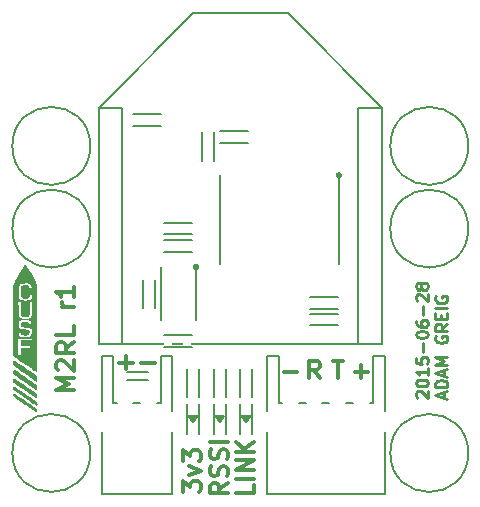
<source format=gto>
G04 #@! TF.FileFunction,Legend,Top*
%FSLAX46Y46*%
G04 Gerber Fmt 4.6, Leading zero omitted, Abs format (unit mm)*
G04 Created by KiCad (PCBNEW 0.201505031001+5637~23~ubuntu14.04.1-product) date Sun 28 Jun 2015 22:34:24 BST*
%MOMM*%
G01*
G04 APERTURE LIST*
%ADD10C,0.100000*%
%ADD11C,0.300000*%
%ADD12C,0.250000*%
%ADD13C,0.150000*%
%ADD14C,0.200000*%
%ADD15R,0.800000X0.800000*%
%ADD16R,0.600000X0.500000*%
%ADD17R,0.600000X2.200000*%
%ADD18R,0.400000X1.400000*%
%ADD19C,1.500000*%
%ADD20C,1.200000*%
%ADD21C,6.300000*%
%ADD22C,0.600000*%
%ADD23C,1.000000*%
G04 APERTURE END LIST*
D10*
D11*
X179678572Y-115107143D02*
X180821429Y-115107143D01*
X180250000Y-115678571D02*
X180250000Y-114535714D01*
X177821429Y-114178571D02*
X178678572Y-114178571D01*
X178250001Y-115678571D02*
X178250001Y-114178571D01*
X176714286Y-115678571D02*
X176214286Y-114964286D01*
X175857143Y-115678571D02*
X175857143Y-114178571D01*
X176428571Y-114178571D01*
X176571429Y-114250000D01*
X176642857Y-114321429D01*
X176714286Y-114464286D01*
X176714286Y-114678571D01*
X176642857Y-114821429D01*
X176571429Y-114892857D01*
X176428571Y-114964286D01*
X175857143Y-114964286D01*
X173678572Y-115107143D02*
X174821429Y-115107143D01*
X159750000Y-114357143D02*
X160892857Y-114357143D01*
X160321428Y-114928571D02*
X160321428Y-113785714D01*
X161607143Y-114357143D02*
X162750000Y-114357143D01*
D12*
X184972619Y-117309524D02*
X184925000Y-117261905D01*
X184877381Y-117166667D01*
X184877381Y-116928571D01*
X184925000Y-116833333D01*
X184972619Y-116785714D01*
X185067857Y-116738095D01*
X185163095Y-116738095D01*
X185305952Y-116785714D01*
X185877381Y-117357143D01*
X185877381Y-116738095D01*
X184877381Y-116119048D02*
X184877381Y-116023809D01*
X184925000Y-115928571D01*
X184972619Y-115880952D01*
X185067857Y-115833333D01*
X185258333Y-115785714D01*
X185496429Y-115785714D01*
X185686905Y-115833333D01*
X185782143Y-115880952D01*
X185829762Y-115928571D01*
X185877381Y-116023809D01*
X185877381Y-116119048D01*
X185829762Y-116214286D01*
X185782143Y-116261905D01*
X185686905Y-116309524D01*
X185496429Y-116357143D01*
X185258333Y-116357143D01*
X185067857Y-116309524D01*
X184972619Y-116261905D01*
X184925000Y-116214286D01*
X184877381Y-116119048D01*
X185877381Y-114833333D02*
X185877381Y-115404762D01*
X185877381Y-115119048D02*
X184877381Y-115119048D01*
X185020238Y-115214286D01*
X185115476Y-115309524D01*
X185163095Y-115404762D01*
X184877381Y-113928571D02*
X184877381Y-114404762D01*
X185353571Y-114452381D01*
X185305952Y-114404762D01*
X185258333Y-114309524D01*
X185258333Y-114071428D01*
X185305952Y-113976190D01*
X185353571Y-113928571D01*
X185448810Y-113880952D01*
X185686905Y-113880952D01*
X185782143Y-113928571D01*
X185829762Y-113976190D01*
X185877381Y-114071428D01*
X185877381Y-114309524D01*
X185829762Y-114404762D01*
X185782143Y-114452381D01*
X185496429Y-113452381D02*
X185496429Y-112690476D01*
X184877381Y-112023810D02*
X184877381Y-111928571D01*
X184925000Y-111833333D01*
X184972619Y-111785714D01*
X185067857Y-111738095D01*
X185258333Y-111690476D01*
X185496429Y-111690476D01*
X185686905Y-111738095D01*
X185782143Y-111785714D01*
X185829762Y-111833333D01*
X185877381Y-111928571D01*
X185877381Y-112023810D01*
X185829762Y-112119048D01*
X185782143Y-112166667D01*
X185686905Y-112214286D01*
X185496429Y-112261905D01*
X185258333Y-112261905D01*
X185067857Y-112214286D01*
X184972619Y-112166667D01*
X184925000Y-112119048D01*
X184877381Y-112023810D01*
X184877381Y-110833333D02*
X184877381Y-111023810D01*
X184925000Y-111119048D01*
X184972619Y-111166667D01*
X185115476Y-111261905D01*
X185305952Y-111309524D01*
X185686905Y-111309524D01*
X185782143Y-111261905D01*
X185829762Y-111214286D01*
X185877381Y-111119048D01*
X185877381Y-110928571D01*
X185829762Y-110833333D01*
X185782143Y-110785714D01*
X185686905Y-110738095D01*
X185448810Y-110738095D01*
X185353571Y-110785714D01*
X185305952Y-110833333D01*
X185258333Y-110928571D01*
X185258333Y-111119048D01*
X185305952Y-111214286D01*
X185353571Y-111261905D01*
X185448810Y-111309524D01*
X185496429Y-110309524D02*
X185496429Y-109547619D01*
X184972619Y-109119048D02*
X184925000Y-109071429D01*
X184877381Y-108976191D01*
X184877381Y-108738095D01*
X184925000Y-108642857D01*
X184972619Y-108595238D01*
X185067857Y-108547619D01*
X185163095Y-108547619D01*
X185305952Y-108595238D01*
X185877381Y-109166667D01*
X185877381Y-108547619D01*
X185305952Y-107976191D02*
X185258333Y-108071429D01*
X185210714Y-108119048D01*
X185115476Y-108166667D01*
X185067857Y-108166667D01*
X184972619Y-108119048D01*
X184925000Y-108071429D01*
X184877381Y-107976191D01*
X184877381Y-107785714D01*
X184925000Y-107690476D01*
X184972619Y-107642857D01*
X185067857Y-107595238D01*
X185115476Y-107595238D01*
X185210714Y-107642857D01*
X185258333Y-107690476D01*
X185305952Y-107785714D01*
X185305952Y-107976191D01*
X185353571Y-108071429D01*
X185401190Y-108119048D01*
X185496429Y-108166667D01*
X185686905Y-108166667D01*
X185782143Y-108119048D01*
X185829762Y-108071429D01*
X185877381Y-107976191D01*
X185877381Y-107785714D01*
X185829762Y-107690476D01*
X185782143Y-107642857D01*
X185686905Y-107595238D01*
X185496429Y-107595238D01*
X185401190Y-107642857D01*
X185353571Y-107690476D01*
X185305952Y-107785714D01*
X187241667Y-117309524D02*
X187241667Y-116833333D01*
X187527381Y-117404762D02*
X186527381Y-117071429D01*
X187527381Y-116738095D01*
X187527381Y-116404762D02*
X186527381Y-116404762D01*
X186527381Y-116166667D01*
X186575000Y-116023809D01*
X186670238Y-115928571D01*
X186765476Y-115880952D01*
X186955952Y-115833333D01*
X187098810Y-115833333D01*
X187289286Y-115880952D01*
X187384524Y-115928571D01*
X187479762Y-116023809D01*
X187527381Y-116166667D01*
X187527381Y-116404762D01*
X187241667Y-115452381D02*
X187241667Y-114976190D01*
X187527381Y-115547619D02*
X186527381Y-115214286D01*
X187527381Y-114880952D01*
X187527381Y-114547619D02*
X186527381Y-114547619D01*
X187241667Y-114214285D01*
X186527381Y-113880952D01*
X187527381Y-113880952D01*
X186575000Y-112119047D02*
X186527381Y-112214285D01*
X186527381Y-112357142D01*
X186575000Y-112500000D01*
X186670238Y-112595238D01*
X186765476Y-112642857D01*
X186955952Y-112690476D01*
X187098810Y-112690476D01*
X187289286Y-112642857D01*
X187384524Y-112595238D01*
X187479762Y-112500000D01*
X187527381Y-112357142D01*
X187527381Y-112261904D01*
X187479762Y-112119047D01*
X187432143Y-112071428D01*
X187098810Y-112071428D01*
X187098810Y-112261904D01*
X187527381Y-111071428D02*
X187051190Y-111404762D01*
X187527381Y-111642857D02*
X186527381Y-111642857D01*
X186527381Y-111261904D01*
X186575000Y-111166666D01*
X186622619Y-111119047D01*
X186717857Y-111071428D01*
X186860714Y-111071428D01*
X186955952Y-111119047D01*
X187003571Y-111166666D01*
X187051190Y-111261904D01*
X187051190Y-111642857D01*
X187003571Y-110642857D02*
X187003571Y-110309523D01*
X187527381Y-110166666D02*
X187527381Y-110642857D01*
X186527381Y-110642857D01*
X186527381Y-110166666D01*
X187527381Y-109738095D02*
X186527381Y-109738095D01*
X186575000Y-108738095D02*
X186527381Y-108833333D01*
X186527381Y-108976190D01*
X186575000Y-109119048D01*
X186670238Y-109214286D01*
X186765476Y-109261905D01*
X186955952Y-109309524D01*
X187098810Y-109309524D01*
X187289286Y-109261905D01*
X187384524Y-109214286D01*
X187479762Y-109119048D01*
X187527381Y-108976190D01*
X187527381Y-108880952D01*
X187479762Y-108738095D01*
X187432143Y-108690476D01*
X187098810Y-108690476D01*
X187098810Y-108880952D01*
D11*
X155928571Y-116642857D02*
X154428571Y-116642857D01*
X155500000Y-116142857D01*
X154428571Y-115642857D01*
X155928571Y-115642857D01*
X154571429Y-115000000D02*
X154500000Y-114928571D01*
X154428571Y-114785714D01*
X154428571Y-114428571D01*
X154500000Y-114285714D01*
X154571429Y-114214285D01*
X154714286Y-114142857D01*
X154857143Y-114142857D01*
X155071429Y-114214285D01*
X155928571Y-115071428D01*
X155928571Y-114142857D01*
X155928571Y-112642857D02*
X155214286Y-113142857D01*
X155928571Y-113500000D02*
X154428571Y-113500000D01*
X154428571Y-112928572D01*
X154500000Y-112785714D01*
X154571429Y-112714286D01*
X154714286Y-112642857D01*
X154928571Y-112642857D01*
X155071429Y-112714286D01*
X155142857Y-112785714D01*
X155214286Y-112928572D01*
X155214286Y-113500000D01*
X155928571Y-111285714D02*
X155928571Y-112000000D01*
X154428571Y-112000000D01*
X155928571Y-109642857D02*
X154928571Y-109642857D01*
X155214286Y-109642857D02*
X155071429Y-109571429D01*
X155000000Y-109500000D01*
X154928571Y-109357143D01*
X154928571Y-109214286D01*
X155928571Y-107928572D02*
X155928571Y-108785715D01*
X155928571Y-108357143D02*
X154428571Y-108357143D01*
X154642857Y-108500000D01*
X154785714Y-108642858D01*
X154857143Y-108785715D01*
X171178571Y-124678571D02*
X171178571Y-125392857D01*
X169678571Y-125392857D01*
X171178571Y-124178571D02*
X169678571Y-124178571D01*
X171178571Y-123464285D02*
X169678571Y-123464285D01*
X171178571Y-122607142D01*
X169678571Y-122607142D01*
X171178571Y-121892856D02*
X169678571Y-121892856D01*
X171178571Y-121035713D02*
X170321429Y-121678570D01*
X169678571Y-121035713D02*
X170535714Y-121892856D01*
X168928571Y-124535714D02*
X168214286Y-125035714D01*
X168928571Y-125392857D02*
X167428571Y-125392857D01*
X167428571Y-124821429D01*
X167500000Y-124678571D01*
X167571429Y-124607143D01*
X167714286Y-124535714D01*
X167928571Y-124535714D01*
X168071429Y-124607143D01*
X168142857Y-124678571D01*
X168214286Y-124821429D01*
X168214286Y-125392857D01*
X168857143Y-123964286D02*
X168928571Y-123750000D01*
X168928571Y-123392857D01*
X168857143Y-123250000D01*
X168785714Y-123178571D01*
X168642857Y-123107143D01*
X168500000Y-123107143D01*
X168357143Y-123178571D01*
X168285714Y-123250000D01*
X168214286Y-123392857D01*
X168142857Y-123678571D01*
X168071429Y-123821429D01*
X168000000Y-123892857D01*
X167857143Y-123964286D01*
X167714286Y-123964286D01*
X167571429Y-123892857D01*
X167500000Y-123821429D01*
X167428571Y-123678571D01*
X167428571Y-123321429D01*
X167500000Y-123107143D01*
X168857143Y-122535715D02*
X168928571Y-122321429D01*
X168928571Y-121964286D01*
X168857143Y-121821429D01*
X168785714Y-121750000D01*
X168642857Y-121678572D01*
X168500000Y-121678572D01*
X168357143Y-121750000D01*
X168285714Y-121821429D01*
X168214286Y-121964286D01*
X168142857Y-122250000D01*
X168071429Y-122392858D01*
X168000000Y-122464286D01*
X167857143Y-122535715D01*
X167714286Y-122535715D01*
X167571429Y-122464286D01*
X167500000Y-122392858D01*
X167428571Y-122250000D01*
X167428571Y-121892858D01*
X167500000Y-121678572D01*
X168928571Y-121035715D02*
X167428571Y-121035715D01*
X165178571Y-125285714D02*
X165178571Y-124357143D01*
X165750000Y-124857143D01*
X165750000Y-124642857D01*
X165821429Y-124500000D01*
X165892857Y-124428571D01*
X166035714Y-124357143D01*
X166392857Y-124357143D01*
X166535714Y-124428571D01*
X166607143Y-124500000D01*
X166678571Y-124642857D01*
X166678571Y-125071429D01*
X166607143Y-125214286D01*
X166535714Y-125285714D01*
X165678571Y-123857143D02*
X166678571Y-123500000D01*
X165678571Y-123142858D01*
X165178571Y-122714286D02*
X165178571Y-121785715D01*
X165750000Y-122285715D01*
X165750000Y-122071429D01*
X165821429Y-121928572D01*
X165892857Y-121857143D01*
X166035714Y-121785715D01*
X166392857Y-121785715D01*
X166535714Y-121857143D01*
X166607143Y-121928572D01*
X166678571Y-122071429D01*
X166678571Y-122500001D01*
X166607143Y-122642858D01*
X166535714Y-122714286D01*
D13*
X166750000Y-94850000D02*
X166750000Y-97250000D01*
X167750000Y-94850000D02*
X167750000Y-97250000D01*
X160900000Y-94300000D02*
X163300000Y-94300000D01*
X160900000Y-93300000D02*
X163300000Y-93300000D01*
X170650000Y-94750000D02*
X168250000Y-94750000D01*
X170650000Y-95750000D02*
X168250000Y-95750000D01*
X165900000Y-112000000D02*
X163500000Y-112000000D01*
X165900000Y-113000000D02*
X163500000Y-113000000D01*
X178300000Y-108800000D02*
X175900000Y-108800000D01*
X178300000Y-109800000D02*
X175900000Y-109800000D01*
X161750000Y-107350000D02*
X161750000Y-109750000D01*
X162750000Y-107350000D02*
X162750000Y-109750000D01*
X178300000Y-110200000D02*
X175900000Y-110200000D01*
X178300000Y-111200000D02*
X175900000Y-111200000D01*
X165900000Y-104000000D02*
X163500000Y-104000000D01*
X165900000Y-105000000D02*
X163500000Y-105000000D01*
X165900000Y-102500000D02*
X163500000Y-102500000D01*
X165900000Y-103500000D02*
X163500000Y-103500000D01*
X160450000Y-115850000D02*
X162150000Y-115850000D01*
X160450000Y-115150000D02*
X162150000Y-115150000D01*
X168250000Y-106000000D02*
X168250000Y-98500000D01*
X178350000Y-98500000D02*
X178350000Y-106000000D01*
X178550000Y-98500000D02*
G75*
G03X178550000Y-98500000I-200000J0D01*
G01*
X178450000Y-98500000D02*
G75*
G03X178450000Y-98500000I-100000J0D01*
G01*
X166450000Y-106250000D02*
G75*
G03X166450000Y-106250000I-200000J0D01*
G01*
X166350000Y-106250000D02*
G75*
G03X166350000Y-106250000I-100000J0D01*
G01*
X163250000Y-106250000D02*
X163250000Y-110750000D01*
X166250000Y-106250000D02*
X166250000Y-110750000D01*
D14*
X159250000Y-117750000D02*
X159550000Y-117750000D01*
X161550000Y-117750000D02*
X160950000Y-117750000D01*
X163250000Y-117750000D02*
X162950000Y-117750000D01*
X158250000Y-113750000D02*
X159250000Y-113750000D01*
X159250000Y-113750000D02*
X159250000Y-117750000D01*
X164250000Y-113750000D02*
X163250000Y-113750000D01*
X163250000Y-113750000D02*
X163250000Y-117750000D01*
X158250000Y-125450000D02*
X164250000Y-125450000D01*
X158250000Y-120250000D02*
X158250000Y-125450000D01*
X158250000Y-113750000D02*
X158250000Y-118450000D01*
X164250000Y-118450000D02*
X164250000Y-113750000D01*
X164250000Y-125450000D02*
X164250000Y-120250000D01*
X181250000Y-117750000D02*
X180950000Y-117750000D01*
X178950000Y-117750000D02*
X179550000Y-117750000D01*
X176950000Y-117750000D02*
X177550000Y-117750000D01*
X174950000Y-117750000D02*
X175550000Y-117750000D01*
X173250000Y-117750000D02*
X173550000Y-117750000D01*
X172250000Y-113750000D02*
X173250000Y-113750000D01*
X173250000Y-113750000D02*
X173250000Y-117750000D01*
X182250000Y-113750000D02*
X181250000Y-113750000D01*
X181250000Y-113750000D02*
X181250000Y-117750000D01*
X172250000Y-125450000D02*
X182250000Y-125450000D01*
X172250000Y-120250000D02*
X172250000Y-125450000D01*
X172250000Y-113750000D02*
X172250000Y-118450000D01*
X182250000Y-118450000D02*
X182250000Y-113750000D01*
X182250000Y-125450000D02*
X182250000Y-120250000D01*
D13*
X167750000Y-114850000D02*
X167750000Y-117250000D01*
X168750000Y-114850000D02*
X168750000Y-117250000D01*
X170000000Y-114850000D02*
X170000000Y-117250000D01*
X171000000Y-114850000D02*
X171000000Y-117250000D01*
X165500000Y-114850000D02*
X165500000Y-117250000D01*
X166500000Y-114850000D02*
X166500000Y-117250000D01*
X180000000Y-112750000D02*
X180000000Y-92750000D01*
X180000000Y-92750000D02*
X182000000Y-92750000D01*
X160000000Y-112750000D02*
X160000000Y-92750000D01*
X160000000Y-92750000D02*
X158000000Y-92750000D01*
X158000000Y-112750000D02*
X158000000Y-92750000D01*
X158000000Y-92750000D02*
X166000000Y-84750000D01*
X166000000Y-84750000D02*
X174000000Y-84750000D01*
X158000000Y-112750000D02*
X182000000Y-112750000D01*
X182000000Y-112750000D02*
X182000000Y-92750000D01*
X182000000Y-92750000D02*
X174000000Y-84750000D01*
X165500000Y-117850000D02*
X165500000Y-120350000D01*
X166500000Y-117850000D02*
X166500000Y-120350000D01*
X165800000Y-119050000D02*
X165800000Y-118950000D01*
X165900000Y-119150000D02*
X165900000Y-118950000D01*
X166200000Y-119050000D02*
X166200000Y-118950000D01*
X166100000Y-119150000D02*
X166100000Y-118950000D01*
X166000000Y-119250000D02*
X166000000Y-118950000D01*
X166400000Y-118850000D02*
X166000000Y-119350000D01*
X166000000Y-119350000D02*
X165600000Y-118850000D01*
X165600000Y-118850000D02*
X166400000Y-118850000D01*
X170000000Y-117850000D02*
X170000000Y-120350000D01*
X171000000Y-117850000D02*
X171000000Y-120350000D01*
X170300000Y-119050000D02*
X170300000Y-118950000D01*
X170400000Y-119150000D02*
X170400000Y-118950000D01*
X170700000Y-119050000D02*
X170700000Y-118950000D01*
X170600000Y-119150000D02*
X170600000Y-118950000D01*
X170500000Y-119250000D02*
X170500000Y-118950000D01*
X170900000Y-118850000D02*
X170500000Y-119350000D01*
X170500000Y-119350000D02*
X170100000Y-118850000D01*
X170100000Y-118850000D02*
X170900000Y-118850000D01*
X167750000Y-117850000D02*
X167750000Y-120350000D01*
X168750000Y-117850000D02*
X168750000Y-120350000D01*
X168050000Y-119050000D02*
X168050000Y-118950000D01*
X168150000Y-119150000D02*
X168150000Y-118950000D01*
X168450000Y-119050000D02*
X168450000Y-118950000D01*
X168350000Y-119150000D02*
X168350000Y-118950000D01*
X168250000Y-119250000D02*
X168250000Y-118950000D01*
X168650000Y-118850000D02*
X168250000Y-119350000D01*
X168250000Y-119350000D02*
X167850000Y-118850000D01*
X167850000Y-118850000D02*
X168650000Y-118850000D01*
X189300000Y-96000000D02*
G75*
G03X189300000Y-96000000I-3300000J0D01*
G01*
X189300000Y-122000000D02*
G75*
G03X189300000Y-122000000I-3300000J0D01*
G01*
X157300000Y-96000000D02*
G75*
G03X157300000Y-96000000I-3300000J0D01*
G01*
X157300000Y-122000000D02*
G75*
G03X157300000Y-122000000I-3300000J0D01*
G01*
X189300000Y-103000000D02*
G75*
G03X189300000Y-103000000I-3300000J0D01*
G01*
X157300000Y-103000000D02*
G75*
G03X157300000Y-103000000I-3300000J0D01*
G01*
D10*
G36*
X152745736Y-118388875D02*
X152743366Y-118437746D01*
X152722523Y-118468489D01*
X152704842Y-118473000D01*
X152680121Y-118461207D01*
X152624208Y-118427355D01*
X152540543Y-118373733D01*
X152432563Y-118302633D01*
X152303707Y-118216343D01*
X152157414Y-118117155D01*
X151997121Y-118007357D01*
X151826267Y-117889240D01*
X151778800Y-117856240D01*
X151604527Y-117734672D01*
X151439338Y-117618944D01*
X151286790Y-117511580D01*
X151150440Y-117415108D01*
X151033844Y-117332054D01*
X150940559Y-117264943D01*
X150874142Y-117216302D01*
X150838149Y-117188657D01*
X150834542Y-117185530D01*
X150788296Y-117123875D01*
X150776334Y-117058989D01*
X150779800Y-117010576D01*
X150795620Y-116993531D01*
X150824288Y-116995565D01*
X150848883Y-117008810D01*
X150904107Y-117043668D01*
X150985971Y-117097387D01*
X151090488Y-117167211D01*
X151213669Y-117250388D01*
X151351526Y-117344163D01*
X151500070Y-117445783D01*
X151655314Y-117552495D01*
X151813270Y-117661543D01*
X151969948Y-117770175D01*
X152121361Y-117875637D01*
X152263521Y-117975175D01*
X152392440Y-118066035D01*
X152504128Y-118145464D01*
X152594598Y-118210707D01*
X152659862Y-118259012D01*
X152695932Y-118287623D01*
X152697209Y-118288770D01*
X152730170Y-118334882D01*
X152745736Y-118388875D01*
X152745736Y-118388875D01*
X152745736Y-118388875D01*
G37*
X152745736Y-118388875D02*
X152743366Y-118437746D01*
X152722523Y-118468489D01*
X152704842Y-118473000D01*
X152680121Y-118461207D01*
X152624208Y-118427355D01*
X152540543Y-118373733D01*
X152432563Y-118302633D01*
X152303707Y-118216343D01*
X152157414Y-118117155D01*
X151997121Y-118007357D01*
X151826267Y-117889240D01*
X151778800Y-117856240D01*
X151604527Y-117734672D01*
X151439338Y-117618944D01*
X151286790Y-117511580D01*
X151150440Y-117415108D01*
X151033844Y-117332054D01*
X150940559Y-117264943D01*
X150874142Y-117216302D01*
X150838149Y-117188657D01*
X150834542Y-117185530D01*
X150788296Y-117123875D01*
X150776334Y-117058989D01*
X150779800Y-117010576D01*
X150795620Y-116993531D01*
X150824288Y-116995565D01*
X150848883Y-117008810D01*
X150904107Y-117043668D01*
X150985971Y-117097387D01*
X151090488Y-117167211D01*
X151213669Y-117250388D01*
X151351526Y-117344163D01*
X151500070Y-117445783D01*
X151655314Y-117552495D01*
X151813270Y-117661543D01*
X151969948Y-117770175D01*
X152121361Y-117875637D01*
X152263521Y-117975175D01*
X152392440Y-118066035D01*
X152504128Y-118145464D01*
X152594598Y-118210707D01*
X152659862Y-118259012D01*
X152695932Y-118287623D01*
X152697209Y-118288770D01*
X152730170Y-118334882D01*
X152745736Y-118388875D01*
X152745736Y-118388875D01*
G36*
X152746748Y-117844801D02*
X152733434Y-117886726D01*
X152707253Y-117901500D01*
X152683072Y-117889695D01*
X152627671Y-117855795D01*
X152544447Y-117802075D01*
X152436797Y-117730809D01*
X152308118Y-117644270D01*
X152161806Y-117544732D01*
X152001259Y-117434469D01*
X151829873Y-117315756D01*
X151770628Y-117274494D01*
X151595603Y-117152236D01*
X151430001Y-117036186D01*
X151277289Y-116928802D01*
X151140936Y-116832539D01*
X151024410Y-116749853D01*
X150931180Y-116683202D01*
X150864714Y-116635041D01*
X150828480Y-116607826D01*
X150823959Y-116604055D01*
X150794669Y-116560728D01*
X150777541Y-116503450D01*
X150773346Y-116445206D01*
X150782852Y-116398978D01*
X150806834Y-116377751D01*
X150810508Y-116377500D01*
X150833315Y-116389257D01*
X150886766Y-116422714D01*
X150966927Y-116475147D01*
X151069864Y-116543835D01*
X151191641Y-116626054D01*
X151328326Y-116719082D01*
X151475982Y-116820196D01*
X151630677Y-116926674D01*
X151788476Y-117035792D01*
X151945444Y-117144828D01*
X152097647Y-117251060D01*
X152241151Y-117351765D01*
X152372021Y-117444219D01*
X152486324Y-117525701D01*
X152580124Y-117593488D01*
X152649488Y-117644856D01*
X152690480Y-117677085D01*
X152697209Y-117683151D01*
X152728047Y-117730230D01*
X152744756Y-117788374D01*
X152746748Y-117844801D01*
X152746748Y-117844801D01*
X152746748Y-117844801D01*
G37*
X152746748Y-117844801D02*
X152733434Y-117886726D01*
X152707253Y-117901500D01*
X152683072Y-117889695D01*
X152627671Y-117855795D01*
X152544447Y-117802075D01*
X152436797Y-117730809D01*
X152308118Y-117644270D01*
X152161806Y-117544732D01*
X152001259Y-117434469D01*
X151829873Y-117315756D01*
X151770628Y-117274494D01*
X151595603Y-117152236D01*
X151430001Y-117036186D01*
X151277289Y-116928802D01*
X151140936Y-116832539D01*
X151024410Y-116749853D01*
X150931180Y-116683202D01*
X150864714Y-116635041D01*
X150828480Y-116607826D01*
X150823959Y-116604055D01*
X150794669Y-116560728D01*
X150777541Y-116503450D01*
X150773346Y-116445206D01*
X150782852Y-116398978D01*
X150806834Y-116377751D01*
X150810508Y-116377500D01*
X150833315Y-116389257D01*
X150886766Y-116422714D01*
X150966927Y-116475147D01*
X151069864Y-116543835D01*
X151191641Y-116626054D01*
X151328326Y-116719082D01*
X151475982Y-116820196D01*
X151630677Y-116926674D01*
X151788476Y-117035792D01*
X151945444Y-117144828D01*
X152097647Y-117251060D01*
X152241151Y-117351765D01*
X152372021Y-117444219D01*
X152486324Y-117525701D01*
X152580124Y-117593488D01*
X152649488Y-117644856D01*
X152690480Y-117677085D01*
X152697209Y-117683151D01*
X152728047Y-117730230D01*
X152744756Y-117788374D01*
X152746748Y-117844801D01*
X152746748Y-117844801D01*
G36*
X152744834Y-117175960D02*
X152742604Y-117242050D01*
X152733617Y-117275823D01*
X152714423Y-117287161D01*
X152705856Y-117287667D01*
X152681394Y-117275859D01*
X152625726Y-117241954D01*
X152542258Y-117188228D01*
X152434395Y-117116958D01*
X152305543Y-117030421D01*
X152159109Y-116930891D01*
X151998499Y-116820647D01*
X151827118Y-116701965D01*
X151769231Y-116661651D01*
X151594292Y-116539432D01*
X151428747Y-116423358D01*
X151276074Y-116315897D01*
X151139748Y-116219514D01*
X151023246Y-116136676D01*
X150930046Y-116069850D01*
X150863623Y-116021503D01*
X150827456Y-115994102D01*
X150823038Y-115990346D01*
X150794389Y-115956540D01*
X150781232Y-115915392D01*
X150779624Y-115851774D01*
X150780705Y-115827904D01*
X150786162Y-115760443D01*
X150796180Y-115725413D01*
X150815065Y-115712911D01*
X150831081Y-115712059D01*
X150856579Y-115724166D01*
X150912554Y-115758120D01*
X150995032Y-115811161D01*
X151100040Y-115880532D01*
X151223606Y-115963472D01*
X151361756Y-116057225D01*
X151510519Y-116159030D01*
X151665920Y-116266130D01*
X151823989Y-116375765D01*
X151980751Y-116485178D01*
X152132233Y-116591609D01*
X152274464Y-116692300D01*
X152403471Y-116784492D01*
X152515280Y-116865426D01*
X152605919Y-116932344D01*
X152671415Y-116982487D01*
X152707795Y-117013097D01*
X152713054Y-117018881D01*
X152733116Y-117070395D01*
X152743914Y-117145912D01*
X152744834Y-117175960D01*
X152744834Y-117175960D01*
X152744834Y-117175960D01*
G37*
X152744834Y-117175960D02*
X152742604Y-117242050D01*
X152733617Y-117275823D01*
X152714423Y-117287161D01*
X152705856Y-117287667D01*
X152681394Y-117275859D01*
X152625726Y-117241954D01*
X152542258Y-117188228D01*
X152434395Y-117116958D01*
X152305543Y-117030421D01*
X152159109Y-116930891D01*
X151998499Y-116820647D01*
X151827118Y-116701965D01*
X151769231Y-116661651D01*
X151594292Y-116539432D01*
X151428747Y-116423358D01*
X151276074Y-116315897D01*
X151139748Y-116219514D01*
X151023246Y-116136676D01*
X150930046Y-116069850D01*
X150863623Y-116021503D01*
X150827456Y-115994102D01*
X150823038Y-115990346D01*
X150794389Y-115956540D01*
X150781232Y-115915392D01*
X150779624Y-115851774D01*
X150780705Y-115827904D01*
X150786162Y-115760443D01*
X150796180Y-115725413D01*
X150815065Y-115712911D01*
X150831081Y-115712059D01*
X150856579Y-115724166D01*
X150912554Y-115758120D01*
X150995032Y-115811161D01*
X151100040Y-115880532D01*
X151223606Y-115963472D01*
X151361756Y-116057225D01*
X151510519Y-116159030D01*
X151665920Y-116266130D01*
X151823989Y-116375765D01*
X151980751Y-116485178D01*
X152132233Y-116591609D01*
X152274464Y-116692300D01*
X152403471Y-116784492D01*
X152515280Y-116865426D01*
X152605919Y-116932344D01*
X152671415Y-116982487D01*
X152707795Y-117013097D01*
X152713054Y-117018881D01*
X152733116Y-117070395D01*
X152743914Y-117145912D01*
X152744834Y-117175960D01*
X152744834Y-117175960D01*
G36*
X152742199Y-116363405D02*
X152740412Y-116439997D01*
X152740400Y-116440272D01*
X152734093Y-116520389D01*
X152722762Y-116565715D01*
X152704411Y-116583683D01*
X152701719Y-116584339D01*
X152678535Y-116573757D01*
X152624105Y-116541054D01*
X152541802Y-116488476D01*
X152435000Y-116418269D01*
X152307070Y-116332678D01*
X152161387Y-116233947D01*
X152001323Y-116124322D01*
X151830250Y-116006048D01*
X151770386Y-115964408D01*
X151595256Y-115842031D01*
X151429565Y-115725523D01*
X151276790Y-115617378D01*
X151140408Y-115520093D01*
X151023895Y-115436161D01*
X150930728Y-115368078D01*
X150864383Y-115318339D01*
X150828338Y-115289438D01*
X150823959Y-115285211D01*
X150795110Y-115243263D01*
X150780573Y-115190578D01*
X150776347Y-115112070D01*
X150776334Y-115105655D01*
X150781688Y-115021067D01*
X150799559Y-114974355D01*
X150832654Y-114962216D01*
X150879906Y-114979290D01*
X150911414Y-114999033D01*
X150973029Y-115040191D01*
X151060602Y-115099854D01*
X151169985Y-115175113D01*
X151297028Y-115263058D01*
X151437584Y-115360780D01*
X151587504Y-115465370D01*
X151742638Y-115573918D01*
X151898839Y-115683514D01*
X152051958Y-115791250D01*
X152197845Y-115894215D01*
X152332353Y-115989501D01*
X152451334Y-116074198D01*
X152550637Y-116145396D01*
X152626115Y-116200187D01*
X152673619Y-116235661D01*
X152687483Y-116246937D01*
X152719553Y-116280826D01*
X152736519Y-116314998D01*
X152742199Y-116363405D01*
X152742199Y-116363405D01*
X152742199Y-116363405D01*
G37*
X152742199Y-116363405D02*
X152740412Y-116439997D01*
X152740400Y-116440272D01*
X152734093Y-116520389D01*
X152722762Y-116565715D01*
X152704411Y-116583683D01*
X152701719Y-116584339D01*
X152678535Y-116573757D01*
X152624105Y-116541054D01*
X152541802Y-116488476D01*
X152435000Y-116418269D01*
X152307070Y-116332678D01*
X152161387Y-116233947D01*
X152001323Y-116124322D01*
X151830250Y-116006048D01*
X151770386Y-115964408D01*
X151595256Y-115842031D01*
X151429565Y-115725523D01*
X151276790Y-115617378D01*
X151140408Y-115520093D01*
X151023895Y-115436161D01*
X150930728Y-115368078D01*
X150864383Y-115318339D01*
X150828338Y-115289438D01*
X150823959Y-115285211D01*
X150795110Y-115243263D01*
X150780573Y-115190578D01*
X150776347Y-115112070D01*
X150776334Y-115105655D01*
X150781688Y-115021067D01*
X150799559Y-114974355D01*
X150832654Y-114962216D01*
X150879906Y-114979290D01*
X150911414Y-114999033D01*
X150973029Y-115040191D01*
X151060602Y-115099854D01*
X151169985Y-115175113D01*
X151297028Y-115263058D01*
X151437584Y-115360780D01*
X151587504Y-115465370D01*
X151742638Y-115573918D01*
X151898839Y-115683514D01*
X152051958Y-115791250D01*
X152197845Y-115894215D01*
X152332353Y-115989501D01*
X152451334Y-116074198D01*
X152550637Y-116145396D01*
X152626115Y-116200187D01*
X152673619Y-116235661D01*
X152687483Y-116246937D01*
X152719553Y-116280826D01*
X152736519Y-116314998D01*
X152742199Y-116363405D01*
X152742199Y-116363405D01*
G36*
X152742455Y-115613004D02*
X152740416Y-115681445D01*
X152734431Y-115771917D01*
X152724470Y-115834698D01*
X152711685Y-115862798D01*
X152710424Y-115863391D01*
X152683054Y-115855780D01*
X152631077Y-115828623D01*
X152564195Y-115787173D01*
X152541091Y-115771655D01*
X152333644Y-115629206D01*
X152127312Y-115486717D01*
X151925343Y-115346486D01*
X151730983Y-115210811D01*
X151547481Y-115081988D01*
X151378083Y-114962316D01*
X151226037Y-114854091D01*
X151094590Y-114759612D01*
X150986990Y-114681175D01*
X150906484Y-114621078D01*
X150856320Y-114581619D01*
X150845125Y-114571796D01*
X150810428Y-114536494D01*
X150789927Y-114503934D01*
X150779898Y-114461636D01*
X150776615Y-114397124D01*
X150776334Y-114341348D01*
X150777070Y-114258540D01*
X150780955Y-114209385D01*
X150790499Y-114185205D01*
X150808213Y-114177325D01*
X150823959Y-114176812D01*
X150848170Y-114188643D01*
X150903016Y-114222108D01*
X150984510Y-114274471D01*
X151088671Y-114343000D01*
X151211514Y-114424959D01*
X151349055Y-114517614D01*
X151497312Y-114618231D01*
X151652301Y-114724075D01*
X151810037Y-114832413D01*
X151966538Y-114940509D01*
X152117820Y-115045630D01*
X152259899Y-115145042D01*
X152388791Y-115236008D01*
X152500514Y-115315797D01*
X152591083Y-115381672D01*
X152656515Y-115430900D01*
X152687500Y-115455949D01*
X152716549Y-115483609D01*
X152733641Y-115511543D01*
X152741400Y-115550943D01*
X152742455Y-115613004D01*
X152742455Y-115613004D01*
X152742455Y-115613004D01*
G37*
X152742455Y-115613004D02*
X152740416Y-115681445D01*
X152734431Y-115771917D01*
X152724470Y-115834698D01*
X152711685Y-115862798D01*
X152710424Y-115863391D01*
X152683054Y-115855780D01*
X152631077Y-115828623D01*
X152564195Y-115787173D01*
X152541091Y-115771655D01*
X152333644Y-115629206D01*
X152127312Y-115486717D01*
X151925343Y-115346486D01*
X151730983Y-115210811D01*
X151547481Y-115081988D01*
X151378083Y-114962316D01*
X151226037Y-114854091D01*
X151094590Y-114759612D01*
X150986990Y-114681175D01*
X150906484Y-114621078D01*
X150856320Y-114581619D01*
X150845125Y-114571796D01*
X150810428Y-114536494D01*
X150789927Y-114503934D01*
X150779898Y-114461636D01*
X150776615Y-114397124D01*
X150776334Y-114341348D01*
X150777070Y-114258540D01*
X150780955Y-114209385D01*
X150790499Y-114185205D01*
X150808213Y-114177325D01*
X150823959Y-114176812D01*
X150848170Y-114188643D01*
X150903016Y-114222108D01*
X150984510Y-114274471D01*
X151088671Y-114343000D01*
X151211514Y-114424959D01*
X151349055Y-114517614D01*
X151497312Y-114618231D01*
X151652301Y-114724075D01*
X151810037Y-114832413D01*
X151966538Y-114940509D01*
X152117820Y-115045630D01*
X152259899Y-115145042D01*
X152388791Y-115236008D01*
X152500514Y-115315797D01*
X152591083Y-115381672D01*
X152656515Y-115430900D01*
X152687500Y-115455949D01*
X152716549Y-115483609D01*
X152733641Y-115511543D01*
X152741400Y-115550943D01*
X152742455Y-115613004D01*
X152742455Y-115613004D01*
G36*
X152744954Y-107737874D02*
X152739602Y-111385645D01*
X152738922Y-111846080D01*
X152738277Y-112266045D01*
X152737643Y-112647406D01*
X152736995Y-112992026D01*
X152736311Y-113301770D01*
X152735564Y-113578502D01*
X152734730Y-113824087D01*
X152733786Y-114040388D01*
X152732707Y-114229271D01*
X152731469Y-114392598D01*
X152730047Y-114532235D01*
X152728417Y-114650047D01*
X152726555Y-114747896D01*
X152724436Y-114827648D01*
X152722036Y-114891166D01*
X152719330Y-114940315D01*
X152716295Y-114976960D01*
X152712906Y-115002965D01*
X152709138Y-115020193D01*
X152704968Y-115030509D01*
X152700371Y-115035778D01*
X152695322Y-115037864D01*
X152691917Y-115038380D01*
X152664543Y-115027381D01*
X152604647Y-114992682D01*
X152513974Y-114935439D01*
X152394271Y-114856807D01*
X152369973Y-114840463D01*
X152369973Y-108545833D01*
X152229320Y-108545833D01*
X152088667Y-108545833D01*
X152088667Y-108618539D01*
X152076661Y-108715783D01*
X152042835Y-108787782D01*
X152006067Y-108819894D01*
X151946567Y-108838846D01*
X151860079Y-108851361D01*
X151761547Y-108856794D01*
X151665919Y-108854495D01*
X151588141Y-108843820D01*
X151570153Y-108838763D01*
X151524589Y-108818484D01*
X151489984Y-108788681D01*
X151464872Y-108743854D01*
X151447789Y-108678501D01*
X151437270Y-108587120D01*
X151431851Y-108464210D01*
X151430090Y-108312690D01*
X151431932Y-108149848D01*
X151439192Y-108024828D01*
X151452742Y-107933364D01*
X151473458Y-107871188D01*
X151502214Y-107834034D01*
X151531110Y-107819590D01*
X151623276Y-107798050D01*
X151704856Y-107789607D01*
X151797676Y-107792626D01*
X151840214Y-107796416D01*
X151944190Y-107812503D01*
X152012451Y-107839568D01*
X152051168Y-107882440D01*
X152066510Y-107945950D01*
X152067500Y-107974333D01*
X152067500Y-108059000D01*
X152207981Y-108059000D01*
X152348463Y-108059000D01*
X152337767Y-107925752D01*
X152320581Y-107807841D01*
X152287310Y-107717074D01*
X152233476Y-107650415D01*
X152154605Y-107604829D01*
X152046219Y-107577282D01*
X151903842Y-107564739D01*
X151802917Y-107563145D01*
X151625624Y-107568981D01*
X151484684Y-107586939D01*
X151375330Y-107619090D01*
X151292793Y-107667503D01*
X151232303Y-107734249D01*
X151189092Y-107821399D01*
X151185591Y-107831163D01*
X151164973Y-107920234D01*
X151151861Y-108040487D01*
X151145889Y-108182268D01*
X151146692Y-108335918D01*
X151153904Y-108491780D01*
X151167159Y-108640198D01*
X151186091Y-108771514D01*
X151210337Y-108876071D01*
X151226845Y-108920990D01*
X151272365Y-108977881D01*
X151348483Y-109028321D01*
X151443467Y-109065206D01*
X151478733Y-109073547D01*
X151583871Y-109086948D01*
X151713168Y-109092825D01*
X151849129Y-109091193D01*
X151974259Y-109082068D01*
X152036727Y-109073028D01*
X152115280Y-109055396D01*
X152184836Y-109034531D01*
X152217677Y-109021044D01*
X152278915Y-108965934D01*
X152323981Y-108873307D01*
X152352049Y-108745103D01*
X152357603Y-108693390D01*
X152369973Y-108545833D01*
X152369973Y-114840463D01*
X152368120Y-114839217D01*
X152368120Y-109117333D01*
X152228393Y-109117333D01*
X152088667Y-109117333D01*
X152087745Y-109630625D01*
X152086650Y-109824004D01*
X152083839Y-109979581D01*
X152078872Y-110101868D01*
X152071308Y-110195378D01*
X152060709Y-110264623D01*
X152046632Y-110314114D01*
X152028640Y-110348364D01*
X152016312Y-110362947D01*
X151976703Y-110380743D01*
X151906521Y-110393029D01*
X151817143Y-110399787D01*
X151719947Y-110400996D01*
X151626308Y-110396638D01*
X151547604Y-110386692D01*
X151495210Y-110371141D01*
X151484661Y-110363853D01*
X151463572Y-110336242D01*
X151446843Y-110297101D01*
X151434008Y-110241788D01*
X151424597Y-110165658D01*
X151418143Y-110064069D01*
X151414179Y-109932376D01*
X151412236Y-109765936D01*
X151411838Y-109641208D01*
X151411334Y-109117333D01*
X151272073Y-109117333D01*
X151132813Y-109117333D01*
X151140176Y-109736458D01*
X151142742Y-109922457D01*
X151145721Y-110070933D01*
X151149398Y-110186695D01*
X151154059Y-110274553D01*
X151159989Y-110339317D01*
X151167473Y-110385797D01*
X151176795Y-110418802D01*
X151181265Y-110429667D01*
X151234924Y-110516172D01*
X151308794Y-110574558D01*
X151406029Y-110611423D01*
X151489105Y-110626079D01*
X151600571Y-110635338D01*
X151726814Y-110639073D01*
X151854219Y-110637155D01*
X151969171Y-110629456D01*
X152050583Y-110617508D01*
X152162066Y-110583412D01*
X152241262Y-110532303D01*
X152296869Y-110457779D01*
X152312507Y-110424648D01*
X152323915Y-110393022D01*
X152333059Y-110354537D01*
X152340287Y-110303987D01*
X152345950Y-110236169D01*
X152350396Y-110145879D01*
X152353974Y-110027913D01*
X152357034Y-109877067D01*
X152359391Y-109725875D01*
X152368120Y-109117333D01*
X152368120Y-114839217D01*
X152363834Y-114836334D01*
X152363834Y-112461667D01*
X152363834Y-112345250D01*
X152363834Y-112228833D01*
X152352885Y-112228833D01*
X152352885Y-111737994D01*
X152346344Y-111622183D01*
X152326036Y-111522717D01*
X152293535Y-111450686D01*
X152284519Y-111439188D01*
X152235633Y-111398123D01*
X152167233Y-111366583D01*
X152072492Y-111342456D01*
X151944587Y-111323629D01*
X151893502Y-111318175D01*
X151743023Y-111302912D01*
X151629471Y-111289419D01*
X151547647Y-111275284D01*
X151492354Y-111258091D01*
X151458391Y-111235428D01*
X151440560Y-111204878D01*
X151433663Y-111164029D01*
X151432501Y-111110466D01*
X151432500Y-111104096D01*
X151437897Y-111014702D01*
X151458729Y-110957112D01*
X151501961Y-110921652D01*
X151574556Y-110898651D01*
X151581490Y-110897134D01*
X151729522Y-110875757D01*
X151852417Y-110879486D01*
X151947509Y-110907354D01*
X152012129Y-110958394D01*
X152043613Y-111031640D01*
X152046334Y-111065662D01*
X152050799Y-111087876D01*
X152070344Y-111100361D01*
X152114191Y-111105831D01*
X152186878Y-111107000D01*
X152327423Y-111107000D01*
X152314990Y-110986537D01*
X152292122Y-110875687D01*
X152245978Y-110794030D01*
X152170424Y-110732049D01*
X152140218Y-110715417D01*
X152101303Y-110698326D01*
X152057719Y-110686474D01*
X152001062Y-110678949D01*
X151922928Y-110674839D01*
X151814914Y-110673233D01*
X151750000Y-110673083D01*
X151590230Y-110675444D01*
X151466648Y-110683750D01*
X151373307Y-110699840D01*
X151304261Y-110725549D01*
X151253565Y-110762715D01*
X151215271Y-110813176D01*
X151199273Y-110843231D01*
X151170734Y-110932892D01*
X151155378Y-111046213D01*
X151153655Y-111166480D01*
X151166016Y-111276980D01*
X151185745Y-111345691D01*
X151216460Y-111397839D01*
X151263501Y-111439685D01*
X151331701Y-111472813D01*
X151425894Y-111498809D01*
X151550911Y-111519258D01*
X151711585Y-111535746D01*
X151781750Y-111541212D01*
X151872823Y-111550713D01*
X151952133Y-111564132D01*
X152006910Y-111579116D01*
X152018886Y-111584890D01*
X152059907Y-111633547D01*
X152080261Y-111704864D01*
X152081053Y-111785973D01*
X152063384Y-111864006D01*
X152028357Y-111926094D01*
X151987059Y-111956237D01*
X151941968Y-111964865D01*
X151866739Y-111970419D01*
X151773499Y-111972242D01*
X151711052Y-111971182D01*
X151611150Y-111967238D01*
X151544450Y-111961643D01*
X151501825Y-111952394D01*
X151474144Y-111937487D01*
X151452278Y-111914919D01*
X151451760Y-111914280D01*
X151422957Y-111857153D01*
X151411334Y-111792572D01*
X151411334Y-111720833D01*
X151271311Y-111720833D01*
X151131289Y-111720833D01*
X151146194Y-111842542D01*
X151173614Y-111976813D01*
X151218480Y-112073017D01*
X151281099Y-112131796D01*
X151286198Y-112134547D01*
X151372782Y-112165496D01*
X151490411Y-112187966D01*
X151628498Y-112201165D01*
X151776457Y-112204299D01*
X151923704Y-112196573D01*
X151997369Y-112187871D01*
X152124021Y-112161923D01*
X152215506Y-112122326D01*
X152278323Y-112062917D01*
X152318971Y-111977532D01*
X152343951Y-111860007D01*
X152344086Y-111859059D01*
X152352885Y-111737994D01*
X152352885Y-112228833D01*
X151750000Y-112228833D01*
X151136167Y-112228833D01*
X151136167Y-112980250D01*
X151136167Y-113731667D01*
X151273750Y-113731667D01*
X151411334Y-113731667D01*
X151411334Y-113424750D01*
X151411334Y-113117833D01*
X151824084Y-113117833D01*
X152236834Y-113117833D01*
X152236834Y-113001417D01*
X152236834Y-112885000D01*
X151824084Y-112885000D01*
X151411334Y-112885000D01*
X151411334Y-112673333D01*
X151411334Y-112461667D01*
X151887584Y-112461667D01*
X152363834Y-112461667D01*
X152363834Y-114836334D01*
X152247285Y-114757942D01*
X152074761Y-114639998D01*
X151878447Y-114504132D01*
X151771167Y-114429316D01*
X151597757Y-114307837D01*
X151433415Y-114192206D01*
X151281709Y-114084969D01*
X151146207Y-113988670D01*
X151030475Y-113905855D01*
X150938080Y-113839068D01*
X150872591Y-113790855D01*
X150837574Y-113763760D01*
X150834542Y-113761100D01*
X150776334Y-113706911D01*
X150776334Y-110734085D01*
X150776334Y-107761259D01*
X150831221Y-107650838D01*
X150853573Y-107608055D01*
X150893974Y-107533001D01*
X150949850Y-107430374D01*
X151018624Y-107304871D01*
X151097720Y-107161192D01*
X151184561Y-107004032D01*
X151276572Y-106838091D01*
X151301401Y-106793411D01*
X151406967Y-106604043D01*
X151494297Y-106448753D01*
X151565331Y-106324405D01*
X151622012Y-106227862D01*
X151666279Y-106155986D01*
X151700073Y-106105641D01*
X151725337Y-106073689D01*
X151744010Y-106056994D01*
X151758034Y-106052420D01*
X151759804Y-106052577D01*
X151777764Y-106064387D01*
X151805897Y-106097671D01*
X151845809Y-106154973D01*
X151899108Y-106238838D01*
X151967398Y-106351809D01*
X152052288Y-106496430D01*
X152155383Y-106675245D01*
X152178088Y-106714917D01*
X152269916Y-106875974D01*
X152359242Y-107033485D01*
X152442818Y-107181663D01*
X152517398Y-107314721D01*
X152579735Y-107426872D01*
X152626582Y-107512329D01*
X152649107Y-107554479D01*
X152744954Y-107737874D01*
X152744954Y-107737874D01*
X152744954Y-107737874D01*
G37*
X152744954Y-107737874D02*
X152739602Y-111385645D01*
X152738922Y-111846080D01*
X152738277Y-112266045D01*
X152737643Y-112647406D01*
X152736995Y-112992026D01*
X152736311Y-113301770D01*
X152735564Y-113578502D01*
X152734730Y-113824087D01*
X152733786Y-114040388D01*
X152732707Y-114229271D01*
X152731469Y-114392598D01*
X152730047Y-114532235D01*
X152728417Y-114650047D01*
X152726555Y-114747896D01*
X152724436Y-114827648D01*
X152722036Y-114891166D01*
X152719330Y-114940315D01*
X152716295Y-114976960D01*
X152712906Y-115002965D01*
X152709138Y-115020193D01*
X152704968Y-115030509D01*
X152700371Y-115035778D01*
X152695322Y-115037864D01*
X152691917Y-115038380D01*
X152664543Y-115027381D01*
X152604647Y-114992682D01*
X152513974Y-114935439D01*
X152394271Y-114856807D01*
X152369973Y-114840463D01*
X152369973Y-108545833D01*
X152229320Y-108545833D01*
X152088667Y-108545833D01*
X152088667Y-108618539D01*
X152076661Y-108715783D01*
X152042835Y-108787782D01*
X152006067Y-108819894D01*
X151946567Y-108838846D01*
X151860079Y-108851361D01*
X151761547Y-108856794D01*
X151665919Y-108854495D01*
X151588141Y-108843820D01*
X151570153Y-108838763D01*
X151524589Y-108818484D01*
X151489984Y-108788681D01*
X151464872Y-108743854D01*
X151447789Y-108678501D01*
X151437270Y-108587120D01*
X151431851Y-108464210D01*
X151430090Y-108312690D01*
X151431932Y-108149848D01*
X151439192Y-108024828D01*
X151452742Y-107933364D01*
X151473458Y-107871188D01*
X151502214Y-107834034D01*
X151531110Y-107819590D01*
X151623276Y-107798050D01*
X151704856Y-107789607D01*
X151797676Y-107792626D01*
X151840214Y-107796416D01*
X151944190Y-107812503D01*
X152012451Y-107839568D01*
X152051168Y-107882440D01*
X152066510Y-107945950D01*
X152067500Y-107974333D01*
X152067500Y-108059000D01*
X152207981Y-108059000D01*
X152348463Y-108059000D01*
X152337767Y-107925752D01*
X152320581Y-107807841D01*
X152287310Y-107717074D01*
X152233476Y-107650415D01*
X152154605Y-107604829D01*
X152046219Y-107577282D01*
X151903842Y-107564739D01*
X151802917Y-107563145D01*
X151625624Y-107568981D01*
X151484684Y-107586939D01*
X151375330Y-107619090D01*
X151292793Y-107667503D01*
X151232303Y-107734249D01*
X151189092Y-107821399D01*
X151185591Y-107831163D01*
X151164973Y-107920234D01*
X151151861Y-108040487D01*
X151145889Y-108182268D01*
X151146692Y-108335918D01*
X151153904Y-108491780D01*
X151167159Y-108640198D01*
X151186091Y-108771514D01*
X151210337Y-108876071D01*
X151226845Y-108920990D01*
X151272365Y-108977881D01*
X151348483Y-109028321D01*
X151443467Y-109065206D01*
X151478733Y-109073547D01*
X151583871Y-109086948D01*
X151713168Y-109092825D01*
X151849129Y-109091193D01*
X151974259Y-109082068D01*
X152036727Y-109073028D01*
X152115280Y-109055396D01*
X152184836Y-109034531D01*
X152217677Y-109021044D01*
X152278915Y-108965934D01*
X152323981Y-108873307D01*
X152352049Y-108745103D01*
X152357603Y-108693390D01*
X152369973Y-108545833D01*
X152369973Y-114840463D01*
X152368120Y-114839217D01*
X152368120Y-109117333D01*
X152228393Y-109117333D01*
X152088667Y-109117333D01*
X152087745Y-109630625D01*
X152086650Y-109824004D01*
X152083839Y-109979581D01*
X152078872Y-110101868D01*
X152071308Y-110195378D01*
X152060709Y-110264623D01*
X152046632Y-110314114D01*
X152028640Y-110348364D01*
X152016312Y-110362947D01*
X151976703Y-110380743D01*
X151906521Y-110393029D01*
X151817143Y-110399787D01*
X151719947Y-110400996D01*
X151626308Y-110396638D01*
X151547604Y-110386692D01*
X151495210Y-110371141D01*
X151484661Y-110363853D01*
X151463572Y-110336242D01*
X151446843Y-110297101D01*
X151434008Y-110241788D01*
X151424597Y-110165658D01*
X151418143Y-110064069D01*
X151414179Y-109932376D01*
X151412236Y-109765936D01*
X151411838Y-109641208D01*
X151411334Y-109117333D01*
X151272073Y-109117333D01*
X151132813Y-109117333D01*
X151140176Y-109736458D01*
X151142742Y-109922457D01*
X151145721Y-110070933D01*
X151149398Y-110186695D01*
X151154059Y-110274553D01*
X151159989Y-110339317D01*
X151167473Y-110385797D01*
X151176795Y-110418802D01*
X151181265Y-110429667D01*
X151234924Y-110516172D01*
X151308794Y-110574558D01*
X151406029Y-110611423D01*
X151489105Y-110626079D01*
X151600571Y-110635338D01*
X151726814Y-110639073D01*
X151854219Y-110637155D01*
X151969171Y-110629456D01*
X152050583Y-110617508D01*
X152162066Y-110583412D01*
X152241262Y-110532303D01*
X152296869Y-110457779D01*
X152312507Y-110424648D01*
X152323915Y-110393022D01*
X152333059Y-110354537D01*
X152340287Y-110303987D01*
X152345950Y-110236169D01*
X152350396Y-110145879D01*
X152353974Y-110027913D01*
X152357034Y-109877067D01*
X152359391Y-109725875D01*
X152368120Y-109117333D01*
X152368120Y-114839217D01*
X152363834Y-114836334D01*
X152363834Y-112461667D01*
X152363834Y-112345250D01*
X152363834Y-112228833D01*
X152352885Y-112228833D01*
X152352885Y-111737994D01*
X152346344Y-111622183D01*
X152326036Y-111522717D01*
X152293535Y-111450686D01*
X152284519Y-111439188D01*
X152235633Y-111398123D01*
X152167233Y-111366583D01*
X152072492Y-111342456D01*
X151944587Y-111323629D01*
X151893502Y-111318175D01*
X151743023Y-111302912D01*
X151629471Y-111289419D01*
X151547647Y-111275284D01*
X151492354Y-111258091D01*
X151458391Y-111235428D01*
X151440560Y-111204878D01*
X151433663Y-111164029D01*
X151432501Y-111110466D01*
X151432500Y-111104096D01*
X151437897Y-111014702D01*
X151458729Y-110957112D01*
X151501961Y-110921652D01*
X151574556Y-110898651D01*
X151581490Y-110897134D01*
X151729522Y-110875757D01*
X151852417Y-110879486D01*
X151947509Y-110907354D01*
X152012129Y-110958394D01*
X152043613Y-111031640D01*
X152046334Y-111065662D01*
X152050799Y-111087876D01*
X152070344Y-111100361D01*
X152114191Y-111105831D01*
X152186878Y-111107000D01*
X152327423Y-111107000D01*
X152314990Y-110986537D01*
X152292122Y-110875687D01*
X152245978Y-110794030D01*
X152170424Y-110732049D01*
X152140218Y-110715417D01*
X152101303Y-110698326D01*
X152057719Y-110686474D01*
X152001062Y-110678949D01*
X151922928Y-110674839D01*
X151814914Y-110673233D01*
X151750000Y-110673083D01*
X151590230Y-110675444D01*
X151466648Y-110683750D01*
X151373307Y-110699840D01*
X151304261Y-110725549D01*
X151253565Y-110762715D01*
X151215271Y-110813176D01*
X151199273Y-110843231D01*
X151170734Y-110932892D01*
X151155378Y-111046213D01*
X151153655Y-111166480D01*
X151166016Y-111276980D01*
X151185745Y-111345691D01*
X151216460Y-111397839D01*
X151263501Y-111439685D01*
X151331701Y-111472813D01*
X151425894Y-111498809D01*
X151550911Y-111519258D01*
X151711585Y-111535746D01*
X151781750Y-111541212D01*
X151872823Y-111550713D01*
X151952133Y-111564132D01*
X152006910Y-111579116D01*
X152018886Y-111584890D01*
X152059907Y-111633547D01*
X152080261Y-111704864D01*
X152081053Y-111785973D01*
X152063384Y-111864006D01*
X152028357Y-111926094D01*
X151987059Y-111956237D01*
X151941968Y-111964865D01*
X151866739Y-111970419D01*
X151773499Y-111972242D01*
X151711052Y-111971182D01*
X151611150Y-111967238D01*
X151544450Y-111961643D01*
X151501825Y-111952394D01*
X151474144Y-111937487D01*
X151452278Y-111914919D01*
X151451760Y-111914280D01*
X151422957Y-111857153D01*
X151411334Y-111792572D01*
X151411334Y-111720833D01*
X151271311Y-111720833D01*
X151131289Y-111720833D01*
X151146194Y-111842542D01*
X151173614Y-111976813D01*
X151218480Y-112073017D01*
X151281099Y-112131796D01*
X151286198Y-112134547D01*
X151372782Y-112165496D01*
X151490411Y-112187966D01*
X151628498Y-112201165D01*
X151776457Y-112204299D01*
X151923704Y-112196573D01*
X151997369Y-112187871D01*
X152124021Y-112161923D01*
X152215506Y-112122326D01*
X152278323Y-112062917D01*
X152318971Y-111977532D01*
X152343951Y-111860007D01*
X152344086Y-111859059D01*
X152352885Y-111737994D01*
X152352885Y-112228833D01*
X151750000Y-112228833D01*
X151136167Y-112228833D01*
X151136167Y-112980250D01*
X151136167Y-113731667D01*
X151273750Y-113731667D01*
X151411334Y-113731667D01*
X151411334Y-113424750D01*
X151411334Y-113117833D01*
X151824084Y-113117833D01*
X152236834Y-113117833D01*
X152236834Y-113001417D01*
X152236834Y-112885000D01*
X151824084Y-112885000D01*
X151411334Y-112885000D01*
X151411334Y-112673333D01*
X151411334Y-112461667D01*
X151887584Y-112461667D01*
X152363834Y-112461667D01*
X152363834Y-114836334D01*
X152247285Y-114757942D01*
X152074761Y-114639998D01*
X151878447Y-114504132D01*
X151771167Y-114429316D01*
X151597757Y-114307837D01*
X151433415Y-114192206D01*
X151281709Y-114084969D01*
X151146207Y-113988670D01*
X151030475Y-113905855D01*
X150938080Y-113839068D01*
X150872591Y-113790855D01*
X150837574Y-113763760D01*
X150834542Y-113761100D01*
X150776334Y-113706911D01*
X150776334Y-110734085D01*
X150776334Y-107761259D01*
X150831221Y-107650838D01*
X150853573Y-107608055D01*
X150893974Y-107533001D01*
X150949850Y-107430374D01*
X151018624Y-107304871D01*
X151097720Y-107161192D01*
X151184561Y-107004032D01*
X151276572Y-106838091D01*
X151301401Y-106793411D01*
X151406967Y-106604043D01*
X151494297Y-106448753D01*
X151565331Y-106324405D01*
X151622012Y-106227862D01*
X151666279Y-106155986D01*
X151700073Y-106105641D01*
X151725337Y-106073689D01*
X151744010Y-106056994D01*
X151758034Y-106052420D01*
X151759804Y-106052577D01*
X151777764Y-106064387D01*
X151805897Y-106097671D01*
X151845809Y-106154973D01*
X151899108Y-106238838D01*
X151967398Y-106351809D01*
X152052288Y-106496430D01*
X152155383Y-106675245D01*
X152178088Y-106714917D01*
X152269916Y-106875974D01*
X152359242Y-107033485D01*
X152442818Y-107181663D01*
X152517398Y-107314721D01*
X152579735Y-107426872D01*
X152626582Y-107512329D01*
X152649107Y-107554479D01*
X152744954Y-107737874D01*
X152744954Y-107737874D01*
%LPC*%
D15*
X167250000Y-95250000D03*
X167250000Y-96850000D03*
X161300000Y-93800000D03*
X162900000Y-93800000D03*
X170250000Y-95250000D03*
X168650000Y-95250000D03*
X165500000Y-112500000D03*
X163900000Y-112500000D03*
X177900000Y-109300000D03*
X176300000Y-109300000D03*
X162250000Y-107750000D03*
X162250000Y-109350000D03*
X177900000Y-110700000D03*
X176300000Y-110700000D03*
X165500000Y-104500000D03*
X163900000Y-104500000D03*
X165500000Y-103000000D03*
X163900000Y-103000000D03*
D16*
X160750000Y-115500000D03*
X161850000Y-115500000D03*
D17*
X177750000Y-97500000D03*
X176480000Y-97500000D03*
X175210000Y-97500000D03*
X173940000Y-97500000D03*
X173940000Y-106900000D03*
X175210000Y-106900000D03*
X176480000Y-106900000D03*
X177750000Y-106900000D03*
X172670000Y-97500000D03*
X171400000Y-97500000D03*
X170130000Y-97500000D03*
X168860000Y-97500000D03*
X172670000Y-106900000D03*
X171400000Y-106900000D03*
X170130000Y-106900000D03*
X168860000Y-106900000D03*
D18*
X165750000Y-106250000D03*
X165100000Y-106250000D03*
X164450000Y-106250000D03*
X163800000Y-106250000D03*
X163800000Y-110650000D03*
X164450000Y-110650000D03*
X165100000Y-110650000D03*
X165750000Y-110650000D03*
D19*
X162250000Y-117250000D03*
X160250000Y-117250000D03*
D20*
X163750000Y-119350000D03*
X158750000Y-119350000D03*
D19*
X180250000Y-117250000D03*
X178250000Y-117250000D03*
X176250000Y-117250000D03*
X174250000Y-117250000D03*
D20*
X181750000Y-119350000D03*
X172750000Y-119350000D03*
D15*
X168250000Y-115250000D03*
X168250000Y-116850000D03*
X170500000Y-115250000D03*
X170500000Y-116850000D03*
X166000000Y-115250000D03*
X166000000Y-116850000D03*
D19*
X159000000Y-93750000D03*
X159000000Y-95750000D03*
X159000000Y-97750000D03*
X159000000Y-99750000D03*
X159000000Y-101750000D03*
X159000000Y-103750000D03*
X159000000Y-105750000D03*
X159000000Y-107750000D03*
X159000000Y-109750000D03*
X159000000Y-111750000D03*
X181000000Y-111750000D03*
X181000000Y-109750000D03*
X181000000Y-107750000D03*
X181000000Y-105750000D03*
X181000000Y-103750000D03*
X181000000Y-101750000D03*
X181000000Y-99750000D03*
X181000000Y-97750000D03*
X181000000Y-95750000D03*
X181000000Y-93750000D03*
D15*
X166000000Y-118250000D03*
X166000000Y-119900000D03*
X170500000Y-118250000D03*
X170500000Y-119900000D03*
X168250000Y-118250000D03*
X168250000Y-119900000D03*
D21*
X186000000Y-96000000D03*
D22*
X186000000Y-93500000D03*
X188500000Y-96000000D03*
X186000000Y-98500000D03*
X183500000Y-96000000D03*
X184200000Y-94200000D03*
X187800000Y-94200000D03*
X184200000Y-97800000D03*
X187800000Y-97800000D03*
D21*
X186000000Y-122000000D03*
D22*
X186000000Y-119500000D03*
X188500000Y-122000000D03*
X186000000Y-124500000D03*
X183500000Y-122000000D03*
X184200000Y-120200000D03*
X187800000Y-120200000D03*
X184200000Y-123800000D03*
X187800000Y-123800000D03*
D21*
X154000000Y-96000000D03*
D22*
X154000000Y-93500000D03*
X156500000Y-96000000D03*
X154000000Y-98500000D03*
X151500000Y-96000000D03*
X152200000Y-94200000D03*
X155800000Y-94200000D03*
X152200000Y-97800000D03*
X155800000Y-97800000D03*
D21*
X154000000Y-122000000D03*
D22*
X154000000Y-119500000D03*
X156500000Y-122000000D03*
X154000000Y-124500000D03*
X151500000Y-122000000D03*
X152200000Y-120200000D03*
X155800000Y-120200000D03*
X152200000Y-123800000D03*
X155800000Y-123800000D03*
D21*
X186000000Y-103000000D03*
D22*
X186000000Y-100500000D03*
X188500000Y-103000000D03*
X186000000Y-105500000D03*
X183500000Y-103000000D03*
X184200000Y-101200000D03*
X187800000Y-101200000D03*
X184200000Y-104800000D03*
X187800000Y-104800000D03*
D21*
X154000000Y-103000000D03*
D22*
X154000000Y-100500000D03*
X156500000Y-103000000D03*
X154000000Y-105500000D03*
X151500000Y-103000000D03*
X152200000Y-101200000D03*
X155800000Y-101200000D03*
X152200000Y-104800000D03*
X155800000Y-104800000D03*
D23*
X157200000Y-93000000D03*
X157200000Y-99100000D03*
X166750000Y-113500000D03*
M02*

</source>
